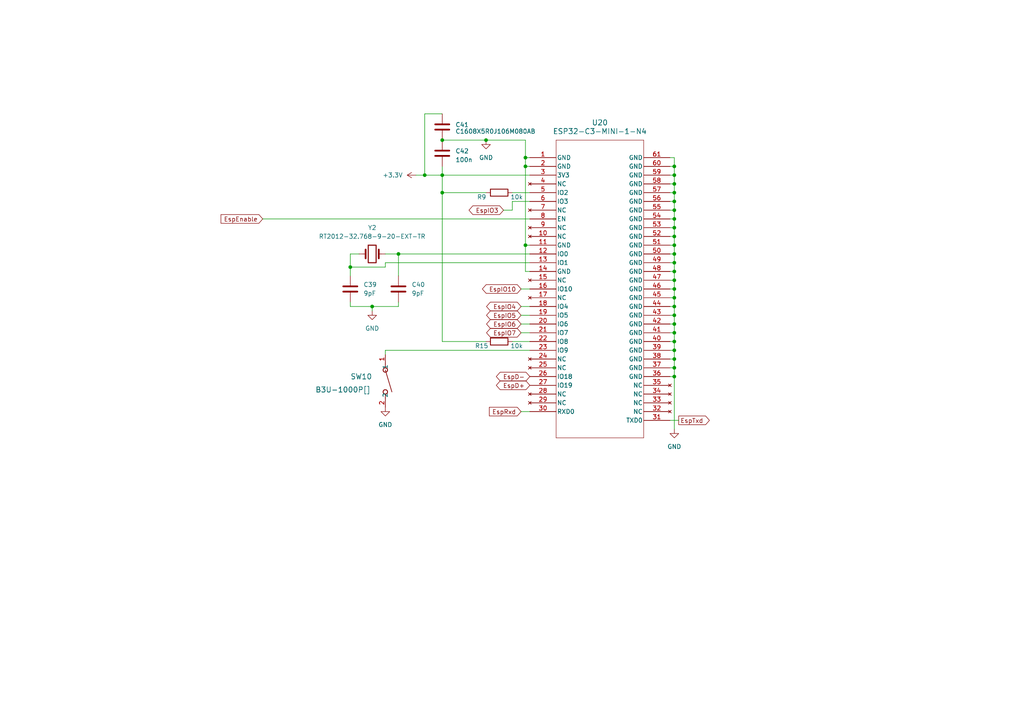
<source format=kicad_sch>
(kicad_sch (version 20230121) (generator eeschema)
  (paper "A4")
  (lib_symbols
    (symbol "Device:C" (pin_numbers hide) (pin_names (offset 0.254))
      (property "Reference" "C" (at 0.635 2.54 0))
      (property "Value" "C" (at 0.635 -2.54 0))
      (symbol "C_0_1"
        (polyline (pts (xy -2.032 -0.762) (xy 2.032 -0.762)) (stroke (width 0.508)))
        (polyline (pts (xy -2.032 0.762) (xy 2.032 0.762)) (stroke (width 0.508)))
      )
      (symbol "C_1_1"
        (pin passive line (at 0 3.81 270) (length 2.794) (name "~") (number "1"))
        (pin passive line (at 0 -3.81 90) (length 2.794) (name "~") (number "2"))
      )
    )
    (symbol "Device:Crystal" (pin_numbers hide) (pin_names (offset 1.016) hide)
      (property "Reference" "Y" (at 0 3.81 0))
      (property "Value" "Crystal" (at 0 -3.81 0))
      (symbol "Crystal_0_1"
        (rectangle (start -1.143 2.54) (end 1.143 -2.54) (stroke (width 0.3048)))
        (polyline (pts (xy -2.54 0) (xy -1.905 0)))
        (polyline (pts (xy -1.905 -1.27) (xy -1.905 1.27)) (stroke (width 0.508)))
        (polyline (pts (xy 1.905 -1.27) (xy 1.905 1.27)) (stroke (width 0.508)))
        (polyline (pts (xy 2.54 0) (xy 1.905 0)))
      )
      (symbol "Crystal_1_1"
        (pin passive line (at -3.81 0 0) (length 1.27) (name "1") (number "1"))
        (pin passive line (at 3.81 0 180) (length 1.27) (name "2") (number "2"))
      )
    )
    (symbol "Device:R" (pin_numbers hide) (pin_names (offset 0))
      (property "Reference" "R" (at 2.032 0 90))
      (property "Value" "R" (at 0 0 90))
      (symbol "R_0_1"
        (rectangle (start -1.016 -2.54) (end 1.016 2.54) (stroke (width 0.254)))
      )
      (symbol "R_1_1"
        (pin passive line (at 0 3.81 270) (length 1.27) (name "~") (number "1"))
        (pin passive line (at 0 -3.81 90) (length 1.27) (name "~") (number "2"))
      )
    )
    (symbol "addOnTemplate:ESP32-C3-MINI-1-N4" (pin_names (offset 0.254))
      (property "Reference" "U" (at 20.32 10.16 0))
      (property "Value" "ESP32-C3-MINI-1-N4" (at 20.32 7.62 0))
      (symbol "ESP32-C3-MINI-1-N4_0_1"
        (polyline (pts (xy 7.62 -81.28) (xy 33.02 -81.28)) (stroke (width 0.127)))
        (polyline (pts (xy 7.62 5.08) (xy 7.62 -81.28)) (stroke (width 0.127)))
        (polyline (pts (xy 33.02 -81.28) (xy 33.02 5.08)) (stroke (width 0.127)))
        (polyline (pts (xy 33.02 5.08) (xy 7.62 5.08)) (stroke (width 0.127)))
        (pin power_out line (at 0 0 0) (length 7.62) (name "GND") (number "1"))
        (pin no_connect line (at 0 -22.86 0) (length 7.62) (name "NC") (number "10"))
        (pin power_out line (at 0 -25.4 0) (length 7.62) (name "GND") (number "11"))
        (pin bidirectional line (at 0 -27.94 0) (length 7.62) (name "IO0") (number "12"))
        (pin bidirectional line (at 0 -30.48 0) (length 7.62) (name "IO1") (number "13"))
        (pin power_out line (at 0 -33.02 0) (length 7.62) (name "GND") (number "14"))
        (pin no_connect line (at 0 -35.56 0) (length 7.62) (name "NC") (number "15"))
        (pin bidirectional line (at 0 -38.1 0) (length 7.62) (name "IO10") (number "16"))
        (pin no_connect line (at 0 -40.64 0) (length 7.62) (name "NC") (number "17"))
        (pin bidirectional line (at 0 -43.18 0) (length 7.62) (name "IO4") (number "18"))
        (pin bidirectional line (at 0 -45.72 0) (length 7.62) (name "IO5") (number "19"))
        (pin power_out line (at 0 -2.54 0) (length 7.62) (name "GND") (number "2"))
        (pin bidirectional line (at 0 -48.26 0) (length 7.62) (name "IO6") (number "20"))
        (pin bidirectional line (at 0 -50.8 0) (length 7.62) (name "IO7") (number "21"))
        (pin bidirectional line (at 0 -53.34 0) (length 7.62) (name "IO8") (number "22"))
        (pin bidirectional line (at 0 -55.88 0) (length 7.62) (name "IO9") (number "23"))
        (pin no_connect line (at 0 -58.42 0) (length 7.62) (name "NC") (number "24"))
        (pin no_connect line (at 0 -60.96 0) (length 7.62) (name "NC") (number "25"))
        (pin bidirectional line (at 0 -63.5 0) (length 7.62) (name "IO18") (number "26"))
        (pin bidirectional line (at 0 -66.04 0) (length 7.62) (name "IO19") (number "27"))
        (pin no_connect line (at 0 -68.58 0) (length 7.62) (name "NC") (number "28"))
        (pin no_connect line (at 0 -71.12 0) (length 7.62) (name "NC") (number "29"))
        (pin power_in line (at 0 -5.08 0) (length 7.62) (name "3V3") (number "3"))
        (pin bidirectional line (at 0 -73.66 0) (length 7.62) (name "RXD0") (number "30"))
        (pin bidirectional line (at 40.64 -76.2 180) (length 7.62) (name "TXD0") (number "31"))
        (pin no_connect line (at 40.64 -73.66 180) (length 7.62) (name "NC") (number "32"))
        (pin no_connect line (at 40.64 -71.12 180) (length 7.62) (name "NC") (number "33"))
        (pin no_connect line (at 40.64 -68.58 180) (length 7.62) (name "NC") (number "34"))
        (pin no_connect line (at 40.64 -66.04 180) (length 7.62) (name "NC") (number "35"))
        (pin power_out line (at 40.64 -63.5 180) (length 7.62) (name "GND") (number "36"))
        (pin power_out line (at 40.64 -60.96 180) (length 7.62) (name "GND") (number "37"))
        (pin power_out line (at 40.64 -58.42 180) (length 7.62) (name "GND") (number "38"))
        (pin power_out line (at 40.64 -55.88 180) (length 7.62) (name "GND") (number "39"))
        (pin no_connect line (at 0 -7.62 0) (length 7.62) (name "NC") (number "4"))
        (pin power_out line (at 40.64 -53.34 180) (length 7.62) (name "GND") (number "40"))
        (pin power_out line (at 40.64 -50.8 180) (length 7.62) (name "GND") (number "41"))
        (pin power_out line (at 40.64 -48.26 180) (length 7.62) (name "GND") (number "42"))
        (pin power_out line (at 40.64 -45.72 180) (length 7.62) (name "GND") (number "43"))
        (pin power_out line (at 40.64 -43.18 180) (length 7.62) (name "GND") (number "44"))
        (pin power_out line (at 40.64 -40.64 180) (length 7.62) (name "GND") (number "45"))
        (pin power_out line (at 40.64 -38.1 180) (length 7.62) (name "GND") (number "46"))
        (pin power_out line (at 40.64 -35.56 180) (length 7.62) (name "GND") (number "47"))
        (pin power_out line (at 40.64 -33.02 180) (length 7.62) (name "GND") (number "48"))
        (pin power_out line (at 40.64 -30.48 180) (length 7.62) (name "GND") (number "49"))
        (pin bidirectional line (at 0 -10.16 0) (length 7.62) (name "IO2") (number "5"))
        (pin power_out line (at 40.64 -27.94 180) (length 7.62) (name "GND") (number "50"))
        (pin power_out line (at 40.64 -25.4 180) (length 7.62) (name "GND") (number "51"))
        (pin power_out line (at 40.64 -22.86 180) (length 7.62) (name "GND") (number "52"))
        (pin power_out line (at 40.64 -20.32 180) (length 7.62) (name "GND") (number "53"))
        (pin power_out line (at 40.64 -17.78 180) (length 7.62) (name "GND") (number "54"))
        (pin power_out line (at 40.64 -15.24 180) (length 7.62) (name "GND") (number "55"))
        (pin power_out line (at 40.64 -12.7 180) (length 7.62) (name "GND") (number "56"))
        (pin power_out line (at 40.64 -10.16 180) (length 7.62) (name "GND") (number "57"))
        (pin power_out line (at 40.64 -7.62 180) (length 7.62) (name "GND") (number "58"))
        (pin power_out line (at 40.64 -5.08 180) (length 7.62) (name "GND") (number "59"))
        (pin bidirectional line (at 0 -12.7 0) (length 7.62) (name "IO3") (number "6"))
        (pin power_out line (at 40.64 -2.54 180) (length 7.62) (name "GND") (number "60"))
        (pin power_out line (at 40.64 0 180) (length 7.62) (name "GND") (number "61"))
        (pin no_connect line (at 0 -15.24 0) (length 7.62) (name "NC") (number "7"))
        (pin input line (at 0 -17.78 0) (length 7.62) (name "EN") (number "8"))
        (pin no_connect line (at 0 -20.32 0) (length 7.62) (name "NC") (number "9"))
      )
    )
    (symbol "cpuAddOn:B3U-1000P[]" (pin_names (offset 0.254))
      (property "Reference" "SW" (at 7.62 3.81 0))
      (property "Value" "B3U-1000P[]" (at 0 0 0))
      (symbol "B3U-1000P[]_0_1"
        (polyline (pts (xy 2.54 0) (xy 3.81 0)) (stroke (width 0.2032)))
        (polyline (pts (xy 4.445 -1.905) (xy 10.795 0)) (stroke (width 0.2032)))
        (polyline (pts (xy 12.7 0) (xy 11.43 0)) (stroke (width 0.2032)))
        (circle (center 4.445 0) (radius 0.635) (stroke (width 0.254)))
        (circle (center 10.795 0) (radius 0.635) (stroke (width 0.254)))
        (pin unspecified line (at 15.24 0 180) (length 2.54) (name "1") (number "1"))
        (pin unspecified line (at 0 0 0) (length 2.54) (name "2") (number "2"))
      )
    )
    (symbol "power:+3.3V" (power) (pin_names (offset 0))
      (property "Value" "+3.3V" (at 0 3.556 0))
      (symbol "+3.3V_0_1"
        (polyline (pts (xy -0.762 1.27) (xy 0 2.54)))
        (polyline (pts (xy 0 0) (xy 0 2.54)))
        (polyline (pts (xy 0 2.54) (xy 0.762 1.27)))
      )
      (symbol "+3.3V_1_1"
        (pin power_in line (at 0 0 90) (length 0) hide (name "+3.3V") (number "1"))
      )
    )
    (symbol "power:GND" (power) (pin_names (offset 0))
      (property "Value" "GND" (at 0 -3.81 0))
      (symbol "GND_0_1"
        (polyline (pts (xy 0 0) (xy 0 -1.27) (xy 1.27 -1.27) (xy 0 -2.54) (xy -1.27 -1.27) (xy 0 -1.27)))
      )
      (symbol "GND_1_1"
        (pin power_in line (at 0 0 270) (length 0) hide (name "GND") (number "1"))
      )
    )
  )
  (junction (at 195.58 88.9))
  (junction (at 195.58 91.44))
  (junction (at 195.58 93.98))
  (junction (at 140.97 40.64))
  (junction (at 101.6 77.47))
  (junction (at 152.4 71.12))
  (junction (at 195.58 109.22))
  (junction (at 195.58 96.52))
  (junction (at 195.58 55.88))
  (junction (at 195.58 78.74))
  (junction (at 195.58 53.34))
  (junction (at 107.95 88.9))
  (junction (at 128.27 50.8))
  (junction (at 195.58 68.58))
  (junction (at 195.58 48.26))
  (junction (at 195.58 81.28))
  (junction (at 152.4 48.26))
  (junction (at 195.58 86.36))
  (junction (at 195.58 58.42))
  (junction (at 195.58 66.04))
  (junction (at 195.58 83.82))
  (junction (at 195.58 60.96))
  (junction (at 195.58 106.68))
  (junction (at 152.4 45.72))
  (junction (at 195.58 73.66))
  (junction (at 195.58 76.2))
  (junction (at 128.27 55.88))
  (junction (at 195.58 104.14))
  (junction (at 195.58 101.6))
  (junction (at 115.57 73.66))
  (junction (at 128.27 40.64))
  (junction (at 195.58 63.5))
  (junction (at 123.19 50.8))
  (junction (at 195.58 71.12))
  (junction (at 195.58 99.06))
  (junction (at 195.58 50.8))
  (wire (pts (xy 195.58 101.6) (xy 195.58 104.14)))
  (wire (pts (xy 194.31 68.58) (xy 195.58 68.58)))
  (wire (pts (xy 194.31 93.98) (xy 195.58 93.98)))
  (wire (pts (xy 107.95 88.9) (xy 107.95 90.17)))
  (wire (pts (xy 152.4 48.26) (xy 152.4 45.72)))
  (wire (pts (xy 153.67 101.6) (xy 111.76 101.6)))
  (wire (pts (xy 195.58 88.9) (xy 195.58 91.44)))
  (wire (pts (xy 195.58 106.68) (xy 195.58 109.22)))
  (wire (pts (xy 115.57 73.66) (xy 153.67 73.66)))
  (wire (pts (xy 195.58 96.52) (xy 195.58 99.06)))
  (wire (pts (xy 101.6 77.47) (xy 101.6 80.01)))
  (wire (pts (xy 194.31 78.74) (xy 195.58 78.74)))
  (wire (pts (xy 194.31 81.28) (xy 195.58 81.28)))
  (wire (pts (xy 195.58 48.26) (xy 195.58 50.8)))
  (wire (pts (xy 194.31 58.42) (xy 195.58 58.42)))
  (wire (pts (xy 148.59 99.06) (xy 153.67 99.06)))
  (wire (pts (xy 151.13 96.52) (xy 153.67 96.52)))
  (wire (pts (xy 101.6 87.63) (xy 101.6 88.9)))
  (wire (pts (xy 120.65 50.8) (xy 123.19 50.8)))
  (wire (pts (xy 101.6 88.9) (xy 107.95 88.9)))
  (wire (pts (xy 194.31 60.96) (xy 195.58 60.96)))
  (wire (pts (xy 111.76 77.47) (xy 101.6 77.47)))
  (wire (pts (xy 195.58 78.74) (xy 195.58 81.28)))
  (wire (pts (xy 195.58 81.28) (xy 195.58 83.82)))
  (wire (pts (xy 152.4 78.74) (xy 152.4 71.12)))
  (wire (pts (xy 123.19 33.02) (xy 123.19 50.8)))
  (wire (pts (xy 194.31 48.26) (xy 195.58 48.26)))
  (wire (pts (xy 128.27 48.26) (xy 128.27 50.8)))
  (wire (pts (xy 194.31 50.8) (xy 195.58 50.8)))
  (wire (pts (xy 148.59 58.42) (xy 153.67 58.42)))
  (wire (pts (xy 194.31 88.9) (xy 195.58 88.9)))
  (wire (pts (xy 152.4 40.64) (xy 140.97 40.64)))
  (wire (pts (xy 195.58 91.44) (xy 195.58 93.98)))
  (wire (pts (xy 195.58 53.34) (xy 195.58 55.88)))
  (wire (pts (xy 195.58 73.66) (xy 195.58 76.2)))
  (wire (pts (xy 152.4 71.12) (xy 153.67 71.12)))
  (wire (pts (xy 195.58 45.72) (xy 195.58 48.26)))
  (wire (pts (xy 128.27 40.64) (xy 140.97 40.64)))
  (wire (pts (xy 194.31 83.82) (xy 195.58 83.82)))
  (wire (pts (xy 151.13 83.82) (xy 153.67 83.82)))
  (wire (pts (xy 194.31 106.68) (xy 195.58 106.68)))
  (wire (pts (xy 148.59 55.88) (xy 153.67 55.88)))
  (wire (pts (xy 195.58 66.04) (xy 195.58 68.58)))
  (wire (pts (xy 195.58 58.42) (xy 195.58 60.96)))
  (wire (pts (xy 128.27 50.8) (xy 153.67 50.8)))
  (wire (pts (xy 101.6 73.66) (xy 104.14 73.66)))
  (wire (pts (xy 194.31 45.72) (xy 195.58 45.72)))
  (wire (pts (xy 151.13 88.9) (xy 153.67 88.9)))
  (wire (pts (xy 153.67 76.2) (xy 111.76 76.2)))
  (wire (pts (xy 111.76 101.6) (xy 111.76 102.87)))
  (wire (pts (xy 195.58 104.14) (xy 195.58 106.68)))
  (wire (pts (xy 123.19 50.8) (xy 128.27 50.8)))
  (wire (pts (xy 195.58 93.98) (xy 195.58 96.52)))
  (wire (pts (xy 151.13 119.38) (xy 153.67 119.38)))
  (wire (pts (xy 195.58 55.88) (xy 195.58 58.42)))
  (wire (pts (xy 194.31 96.52) (xy 195.58 96.52)))
  (wire (pts (xy 194.31 86.36) (xy 195.58 86.36)))
  (wire (pts (xy 195.58 63.5) (xy 195.58 66.04)))
  (wire (pts (xy 194.31 66.04) (xy 195.58 66.04)))
  (wire (pts (xy 195.58 76.2) (xy 195.58 78.74)))
  (wire (pts (xy 194.31 101.6) (xy 195.58 101.6)))
  (wire (pts (xy 115.57 87.63) (xy 115.57 88.9)))
  (wire (pts (xy 128.27 55.88) (xy 128.27 50.8)))
  (wire (pts (xy 194.31 104.14) (xy 195.58 104.14)))
  (wire (pts (xy 194.31 76.2) (xy 195.58 76.2)))
  (wire (pts (xy 195.58 86.36) (xy 195.58 88.9)))
  (wire (pts (xy 111.76 76.2) (xy 111.76 77.47)))
  (wire (pts (xy 195.58 109.22) (xy 195.58 124.46)))
  (wire (pts (xy 140.97 55.88) (xy 128.27 55.88)))
  (wire (pts (xy 153.67 78.74) (xy 152.4 78.74)))
  (wire (pts (xy 128.27 99.06) (xy 128.27 55.88)))
  (wire (pts (xy 151.13 91.44) (xy 153.67 91.44)))
  (wire (pts (xy 194.31 71.12) (xy 195.58 71.12)))
  (wire (pts (xy 194.31 63.5) (xy 195.58 63.5)))
  (wire (pts (xy 107.95 88.9) (xy 115.57 88.9)))
  (wire (pts (xy 194.31 109.22) (xy 195.58 109.22)))
  (wire (pts (xy 76.2 63.5) (xy 153.67 63.5)))
  (wire (pts (xy 152.4 71.12) (xy 152.4 48.26)))
  (wire (pts (xy 194.31 99.06) (xy 195.58 99.06)))
  (wire (pts (xy 128.27 33.02) (xy 123.19 33.02)))
  (wire (pts (xy 195.58 50.8) (xy 195.58 53.34)))
  (wire (pts (xy 151.13 93.98) (xy 153.67 93.98)))
  (wire (pts (xy 194.31 121.92) (xy 196.85 121.92)))
  (wire (pts (xy 152.4 45.72) (xy 152.4 40.64)))
  (wire (pts (xy 195.58 71.12) (xy 195.58 73.66)))
  (wire (pts (xy 152.4 48.26) (xy 153.67 48.26)))
  (wire (pts (xy 194.31 91.44) (xy 195.58 91.44)))
  (wire (pts (xy 195.58 83.82) (xy 195.58 86.36)))
  (wire (pts (xy 152.4 45.72) (xy 153.67 45.72)))
  (wire (pts (xy 194.31 55.88) (xy 195.58 55.88)))
  (wire (pts (xy 194.31 73.66) (xy 195.58 73.66)))
  (wire (pts (xy 115.57 73.66) (xy 115.57 80.01)))
  (wire (pts (xy 146.05 60.96) (xy 148.59 60.96)))
  (wire (pts (xy 195.58 68.58) (xy 195.58 71.12)))
  (wire (pts (xy 194.31 53.34) (xy 195.58 53.34)))
  (wire (pts (xy 140.97 99.06) (xy 128.27 99.06)))
  (wire (pts (xy 195.58 60.96) (xy 195.58 63.5)))
  (wire (pts (xy 101.6 73.66) (xy 101.6 77.47)))
  (wire (pts (xy 195.58 99.06) (xy 195.58 101.6)))
  (wire (pts (xy 148.59 60.96) (xy 148.59 58.42)))
  (wire (pts (xy 111.76 73.66) (xy 115.57 73.66)))
  (global_label "EspD-" (shape bidirectional) (at 153.67 109.22 180) (property "Intersheetrefs" "${INTERSHEET_REFS}" (effects hide)))
  (global_label "EspEnable" (shape input) (at 76.2 63.5 180) (property "Intersheetrefs" "${INTERSHEET_REFS}" (effects hide)))
  (global_label "EspIO6" (shape bidirectional) (at 151.13 93.98 180) (property "Intersheetrefs" "${INTERSHEET_REFS}" (effects hide)))
  (global_label "EspIO4" (shape bidirectional) (at 151.13 88.9 180) (property "Intersheetrefs" "${INTERSHEET_REFS}" (effects hide)))
  (global_label "EspIO10" (shape bidirectional) (at 151.13 83.82 180) (property "Intersheetrefs" "${INTERSHEET_REFS}" (effects hide)))
  (global_label "EspTxd" (shape output) (at 196.85 121.92 0) (property "Intersheetrefs" "${INTERSHEET_REFS}" (effects hide)))
  (global_label "EspD+" (shape bidirectional) (at 153.67 111.76 180) (property "Intersheetrefs" "${INTERSHEET_REFS}" (effects hide)))
  (global_label "EspRxd" (shape input) (at 151.13 119.38 180) (property "Intersheetrefs" "${INTERSHEET_REFS}" (effects hide)))
  (global_label "EspIO5" (shape bidirectional) (at 151.13 91.44 180) (property "Intersheetrefs" "${INTERSHEET_REFS}" (effects hide)))
  (global_label "EspIO3" (shape bidirectional) (at 146.05 60.96 180) (property "Intersheetrefs" "${INTERSHEET_REFS}" (effects hide)))
  (global_label "EspIO7" (shape bidirectional) (at 151.13 96.52 180) (property "Intersheetrefs" "${INTERSHEET_REFS}" (effects hide)))
  (symbol (lib_id "Device:C") (at 115.57 83.82 0) (unit 1)
    (property "Reference" "C40" (at 119.38 82.55 0) (effects (justify left)))
    (property "Value" "9pF" (at 119.38 85.09 0) (effects (justify left)))
    (property "Footprint" "Capacitor_SMD:C_0402_1005Metric" (effects hide))
  )
  (symbol (lib_id "Device:C") (at 101.6 83.82 0) (unit 1)
    (property "Reference" "C39" (at 105.41 82.55 0) (effects (justify left)))
    (property "Value" "9pF" (at 105.41 85.09 0) (effects (justify left)))
    (property "Footprint" "Capacitor_SMD:C_0402_1005Metric" (effects hide))
  )
  (symbol (lib_id "power:GND") (at 107.95 90.17 0) (unit 1)
    (property "Reference" "#PWR0111" (effects hide))
    (property "Value" "GND" (at 107.95 95.25 0))
  )
  (symbol (lib_id "addOnTemplate:ESP32-C3-MINI-1-N4") (at 153.67 45.72 0) (unit 1)
    (property "Reference" "U20" (at 173.99 35.56 0) (effects (font (size 1.524 1.524))))
    (property "Value" "ESP32-C3-MINI-1-N4" (at 173.99 38.1 0) (effects (font (size 1.524 1.524))))
    (property "Footprint" "gecko4education:ESP32-C3-MINI-1_EXP" (effects hide))
    (property "Datasheet" "ESP32-C3-MINI-1-N4" (effects hide))
  )
  (symbol (lib_id "power:GND") (at 140.97 40.64 0) (unit 1)
    (property "Reference" "#PWR0119" (effects hide))
    (property "Value" "GND" (at 140.97 45.72 0))
  )
  (symbol (lib_id "Device:R") (at 144.78 99.06 270) (unit 1)
    (property "Reference" "R15" (at 139.7 100.33 90))
    (property "Value" "10k" (at 149.86 100.33 90))
    (property "Footprint" "Resistor_SMD:R_0402_1005Metric" (effects hide))
  )
  (symbol (lib_id "power:GND") (at 195.58 124.46 0) (unit 1)
    (property "Reference" "#PWR0120" (effects hide))
    (property "Value" "GND" (at 195.58 129.54 0))
  )
  (symbol (lib_id "cpuAddOn:B3U-1000P[]") (at 111.76 118.11 90) (unit 1)
    (property "Reference" "SW10" (at 101.6 109.22 90) (effects (font (size 1.524 1.524)) (justify right)))
    (property "Value" "B3U-1000P[]" (at 91.44 113.03 90) (effects (font (size 1.524 1.524)) (justify right)))
    (property "Footprint" "gecko4education:SW_B3U-1000P_OMR" (effects hide))
    (property "Datasheet" "B3U-1000P[]" (effects hide))
  )
  (symbol (lib_id "Device:C") (at 128.27 44.45 0) (unit 1)
    (property "Reference" "C42" (at 132.08 43.815 0) (effects (justify left)))
    (property "Value" "100n" (at 132.08 46.355 0) (effects (justify left)))
    (property "Footprint" "Capacitor_SMD:C_0402_1005Metric" (effects hide))
  )
  (symbol (lib_id "Device:R") (at 144.78 55.88 270) (unit 1)
    (property "Reference" "R9" (at 139.7 57.15 90))
    (property "Value" "10k" (at 149.86 57.15 90))
    (property "Footprint" "Resistor_SMD:R_0402_1005Metric" (effects hide))
  )
  (symbol (lib_id "power:+3.3V") (at 120.65 50.8 90) (unit 1)
    (property "Reference" "#PWR0118" (effects hide))
    (property "Value" "+3.3V" (at 116.84 50.8 90) (effects (justify left)))
  )
  (symbol (lib_id "Device:C") (at 128.27 36.83 0) (unit 1)
    (property "Reference" "C41" (at 132.08 36.195 0) (effects (justify left)))
    (property "Value" "C1608X5R0J106M080AB" (at 132.08 38.1 0) (effects (justify left)))
    (property "Footprint" "Capacitor_SMD:C_0603_1608Metric" (effects hide))
  )
  (symbol (lib_id "power:GND") (at 111.76 118.11 0) (unit 1)
    (property "Reference" "#PWR0117" (effects hide))
    (property "Value" "GND" (at 111.76 123.19 0))
  )
  (symbol (lib_id "Device:Crystal") (at 107.95 73.66 180) (unit 1)
    (property "Reference" "Y2" (at 107.95 66.04 0))
    (property "Value" "RT2012-32.768-9-20-EXT-TR" (at 107.95 68.58 0))
    (property "Footprint" "Crystal:Crystal_SMD_2012-2Pin_2.0x1.2mm" (effects hide))
  )
)
</source>
